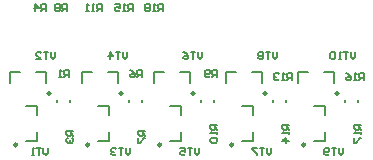
<source format=gbo>
G04*
G04 #@! TF.GenerationSoftware,Altium Limited,Altium Designer,20.2.7 (254)*
G04*
G04 Layer_Color=32896*
%FSLAX44Y44*%
%MOMM*%
G71*
G04*
G04 #@! TF.SameCoordinates,7A469513-7955-4F55-9394-07B41ED8EACC*
G04*
G04*
G04 #@! TF.FilePolarity,Positive*
G04*
G01*
G75*
%ADD10C,0.2500*%
%ADD12C,0.2000*%
%ADD13C,0.1500*%
D10*
X293090Y11020D02*
G03*
X293090Y11020I-1250J0D01*
G01*
X232130D02*
G03*
X232130Y11020I-1250J0D01*
G01*
X171170D02*
G03*
X171170Y11020I-1250J0D01*
G01*
X110210D02*
G03*
X110210Y11020I-1250J0D01*
G01*
X49250D02*
G03*
X49250Y11020I-1250J0D01*
G01*
X321430Y54460D02*
G03*
X321430Y54460I-1250J0D01*
G01*
X260470D02*
G03*
X260470Y54460I-1250J0D01*
G01*
X199510D02*
G03*
X199510Y54460I-1250J0D01*
G01*
X138550D02*
G03*
X138550Y54460I-1250J0D01*
G01*
X77590D02*
G03*
X77590Y54460I-1250J0D01*
G01*
D12*
X300340Y14020D02*
X310340D01*
Y22020D01*
X300340Y44020D02*
X310340D01*
Y36020D02*
Y44020D01*
X239380Y14020D02*
X249380D01*
Y22020D01*
X239380Y44020D02*
X249380D01*
Y36020D02*
Y44020D01*
X178420Y14020D02*
X188420D01*
Y22020D01*
X178420Y44020D02*
X188420D01*
Y36020D02*
Y44020D01*
X117460Y14020D02*
X127460D01*
Y22020D01*
X117460Y44020D02*
X127460D01*
Y36020D02*
Y44020D01*
X56500Y14020D02*
X66500D01*
Y22020D01*
X56500Y44020D02*
X66500D01*
Y36020D02*
Y44020D01*
X83320Y47180D02*
Y49180D01*
X94320Y47180D02*
Y49180D01*
X144280Y47180D02*
Y49180D01*
X155280Y47180D02*
Y49180D01*
X205240Y47180D02*
Y49180D01*
X216240Y47180D02*
Y49180D01*
X327160Y47180D02*
Y49180D01*
X338160Y47180D02*
Y49180D01*
X317180Y62960D02*
Y72960D01*
X309180D02*
X317180D01*
X287180Y62960D02*
Y72960D01*
X295180D01*
X256220Y62960D02*
Y72960D01*
X248220D02*
X256220D01*
X226220Y62960D02*
Y72960D01*
X234220D01*
X195260Y62960D02*
Y72960D01*
X187260D02*
X195260D01*
X165260Y62960D02*
Y72960D01*
X173260D01*
X134300Y62960D02*
Y72960D01*
X126300D02*
X134300D01*
X104300Y62960D02*
Y72960D01*
X112300D01*
X73340Y62960D02*
Y72960D01*
X65340D02*
X73340D01*
X43340Y62960D02*
Y72960D01*
X51340D01*
X277200Y47180D02*
Y49180D01*
X266200Y47180D02*
Y49180D01*
D13*
X120798Y124001D02*
Y129999D01*
X117799D01*
X116799Y128999D01*
Y127000D01*
X117799Y126000D01*
X120798D01*
X118799D02*
X116799Y124001D01*
X114800D02*
X112801D01*
X113800D01*
Y129999D01*
X114800Y128999D01*
X109802Y124001D02*
X107802D01*
X108802D01*
Y129999D01*
X109802Y128999D01*
X147198Y124001D02*
Y129999D01*
X144199D01*
X143199Y128999D01*
Y127000D01*
X144199Y126000D01*
X147198D01*
X145198D02*
X143199Y124001D01*
X141200D02*
X139200D01*
X140200D01*
Y129999D01*
X141200Y128999D01*
X132202Y129999D02*
X136201D01*
Y127000D01*
X134202Y128000D01*
X133202D01*
X132202Y127000D01*
Y125001D01*
X133202Y124001D01*
X135202D01*
X136201Y125001D01*
X335617Y89359D02*
Y85360D01*
X333617Y83361D01*
X331618Y85360D01*
Y89359D01*
X329618D02*
X325620D01*
X327619D01*
Y83361D01*
X323620D02*
X321621D01*
X322621D01*
Y89359D01*
X323620Y88359D01*
X318622D02*
X317622Y89359D01*
X315623D01*
X314623Y88359D01*
Y84361D01*
X315623Y83361D01*
X317622D01*
X318622Y84361D01*
Y88359D01*
X325497Y8079D02*
Y4080D01*
X323498Y2081D01*
X321499Y4080D01*
Y8079D01*
X319499D02*
X315501D01*
X317500D01*
Y2081D01*
X313501Y3081D02*
X312502Y2081D01*
X310502D01*
X309503Y3081D01*
Y7079D01*
X310502Y8079D01*
X312502D01*
X313501Y7079D01*
Y6080D01*
X312502Y5080D01*
X309503D01*
X269617Y89359D02*
Y85360D01*
X267618Y83361D01*
X265619Y85360D01*
Y89359D01*
X263619D02*
X259621D01*
X261620D01*
Y83361D01*
X257621Y88359D02*
X256622Y89359D01*
X254622D01*
X253623Y88359D01*
Y87360D01*
X254622Y86360D01*
X253623Y85360D01*
Y84361D01*
X254622Y83361D01*
X256622D01*
X257621Y84361D01*
Y85360D01*
X256622Y86360D01*
X257621Y87360D01*
Y88359D01*
X256622Y86360D02*
X254622D01*
X264537Y8079D02*
Y4080D01*
X262538Y2081D01*
X260539Y4080D01*
Y8079D01*
X258539D02*
X254541D01*
X256540D01*
Y2081D01*
X252541Y8079D02*
X248543D01*
Y7079D01*
X252541Y3081D01*
Y2081D01*
X206117Y89359D02*
Y85360D01*
X204118Y83361D01*
X202119Y85360D01*
Y89359D01*
X200119D02*
X196121D01*
X198120D01*
Y83361D01*
X190123Y89359D02*
X192122Y88359D01*
X194121Y86360D01*
Y84361D01*
X193122Y83361D01*
X191122D01*
X190123Y84361D01*
Y85360D01*
X191122Y86360D01*
X194121D01*
X203577Y8079D02*
Y4080D01*
X201578Y2081D01*
X199579Y4080D01*
Y8079D01*
X197579D02*
X193581D01*
X195580D01*
Y2081D01*
X187583Y8079D02*
X191581D01*
Y5080D01*
X189582Y6080D01*
X188582D01*
X187583Y5080D01*
Y3081D01*
X188582Y2081D01*
X190582D01*
X191581Y3081D01*
X142617Y89359D02*
Y85360D01*
X140618Y83361D01*
X138619Y85360D01*
Y89359D01*
X136619D02*
X132621D01*
X134620D01*
Y83361D01*
X127622D02*
Y89359D01*
X130621Y86360D01*
X126623D01*
X145157Y8079D02*
Y4080D01*
X143158Y2081D01*
X141159Y4080D01*
Y8079D01*
X139159D02*
X135161D01*
X137160D01*
Y2081D01*
X133161Y7079D02*
X132162Y8079D01*
X130162D01*
X129163Y7079D01*
Y6080D01*
X130162Y5080D01*
X131162D01*
X130162D01*
X129163Y4080D01*
Y3081D01*
X130162Y2081D01*
X132162D01*
X133161Y3081D01*
X81657Y89359D02*
Y85360D01*
X79658Y83361D01*
X77659Y85360D01*
Y89359D01*
X75659D02*
X71661D01*
X73660D01*
Y83361D01*
X65663D02*
X69661D01*
X65663Y87360D01*
Y88359D01*
X66662Y89359D01*
X68662D01*
X69661Y88359D01*
X75578Y8079D02*
Y4080D01*
X73578Y2081D01*
X71579Y4080D01*
Y8079D01*
X69580D02*
X65581D01*
X67580D01*
Y2081D01*
X63582D02*
X61582D01*
X62582D01*
Y8079D01*
X63582Y7079D01*
X172598Y124001D02*
Y129999D01*
X169599D01*
X168599Y128999D01*
Y127000D01*
X169599Y126000D01*
X172598D01*
X170598D02*
X168599Y124001D01*
X166600D02*
X164600D01*
X165600D01*
Y129999D01*
X166600Y128999D01*
X161601D02*
X160602Y129999D01*
X158602D01*
X157602Y128999D01*
Y128000D01*
X158602Y127000D01*
X157602Y126000D01*
Y125001D01*
X158602Y124001D01*
X160602D01*
X161601Y125001D01*
Y126000D01*
X160602Y127000D01*
X161601Y128000D01*
Y128999D01*
X160602Y127000D02*
X158602D01*
X340819Y27817D02*
X334821D01*
Y24818D01*
X335821Y23819D01*
X337820D01*
X338820Y24818D01*
Y27817D01*
Y25818D02*
X340819Y23819D01*
Y21820D02*
Y19820D01*
Y20820D01*
X334821D01*
X335821Y21820D01*
X334821Y16821D02*
Y12822D01*
X335821D01*
X339819Y16821D01*
X340819D01*
X342777Y65581D02*
Y71579D01*
X339779D01*
X338779Y70579D01*
Y68580D01*
X339779Y67580D01*
X342777D01*
X340778D02*
X338779Y65581D01*
X336780D02*
X334780D01*
X335780D01*
Y71579D01*
X336780Y70579D01*
X327782Y71579D02*
X329782Y70579D01*
X331781Y68580D01*
Y66581D01*
X330782Y65581D01*
X328782D01*
X327782Y66581D01*
Y67580D01*
X328782Y68580D01*
X331781D01*
X279859Y27817D02*
X273861D01*
Y24818D01*
X274861Y23819D01*
X276860D01*
X277860Y24818D01*
Y27817D01*
Y25818D02*
X279859Y23819D01*
Y21820D02*
Y19820D01*
Y20820D01*
X273861D01*
X274861Y21820D01*
X279859Y13822D02*
X273861D01*
X276860Y16821D01*
Y12822D01*
X281817Y65581D02*
Y71579D01*
X278818D01*
X277819Y70579D01*
Y68580D01*
X278818Y67580D01*
X281817D01*
X279818D02*
X277819Y65581D01*
X275819D02*
X273820D01*
X274820D01*
Y71579D01*
X275819Y70579D01*
X270821D02*
X269821Y71579D01*
X267822D01*
X266822Y70579D01*
Y69580D01*
X267822Y68580D01*
X268822D01*
X267822D01*
X266822Y67580D01*
Y66581D01*
X267822Y65581D01*
X269821D01*
X270821Y66581D01*
X218899Y27817D02*
X212901D01*
Y24818D01*
X213901Y23819D01*
X215900D01*
X216900Y24818D01*
Y27817D01*
Y25818D02*
X218899Y23819D01*
Y21820D02*
Y19820D01*
Y20820D01*
X212901D01*
X213901Y21820D01*
Y16821D02*
X212901Y15821D01*
Y13822D01*
X213901Y12822D01*
X217899D01*
X218899Y13822D01*
Y15821D01*
X217899Y16821D01*
X213901D01*
X218358Y68121D02*
Y74119D01*
X215359D01*
X214360Y73119D01*
Y71120D01*
X215359Y70120D01*
X218358D01*
X216359D02*
X214360Y68121D01*
X212360Y69121D02*
X211361Y68121D01*
X209361D01*
X208362Y69121D01*
Y73119D01*
X209361Y74119D01*
X211361D01*
X212360Y73119D01*
Y72120D01*
X211361Y71120D01*
X208362D01*
X91358Y124001D02*
Y129999D01*
X88359D01*
X87360Y128999D01*
Y127000D01*
X88359Y126000D01*
X91358D01*
X89359D02*
X87360Y124001D01*
X85360Y128999D02*
X84361Y129999D01*
X82361D01*
X81362Y128999D01*
Y128000D01*
X82361Y127000D01*
X81362Y126000D01*
Y125001D01*
X82361Y124001D01*
X84361D01*
X85360Y125001D01*
Y126000D01*
X84361Y127000D01*
X85360Y128000D01*
Y128999D01*
X84361Y127000D02*
X82361D01*
X157939Y22778D02*
X151941D01*
Y19779D01*
X152941Y18780D01*
X154940D01*
X155940Y19779D01*
Y22778D01*
Y20779D02*
X157939Y18780D01*
X151941Y16780D02*
Y12782D01*
X152941D01*
X156939Y16780D01*
X157939D01*
X154858Y68121D02*
Y74119D01*
X151859D01*
X150860Y73119D01*
Y71120D01*
X151859Y70120D01*
X154858D01*
X152859D02*
X150860Y68121D01*
X144862Y74119D02*
X146861Y73119D01*
X148860Y71120D01*
Y69121D01*
X147861Y68121D01*
X145861D01*
X144862Y69121D01*
Y70120D01*
X145861Y71120D01*
X148860D01*
X73578Y124001D02*
Y129999D01*
X70579D01*
X69580Y128999D01*
Y127000D01*
X70579Y126000D01*
X73578D01*
X71579D02*
X69580Y124001D01*
X64581D02*
Y129999D01*
X67580Y127000D01*
X63582D01*
X96979Y22778D02*
X90981D01*
Y19779D01*
X91981Y18780D01*
X93980D01*
X94980Y19779D01*
Y22778D01*
Y20779D02*
X96979Y18780D01*
X91981Y16780D02*
X90981Y15781D01*
Y13781D01*
X91981Y12782D01*
X92980D01*
X93980Y13781D01*
Y14781D01*
Y13781D01*
X94980Y12782D01*
X95979D01*
X96979Y13781D01*
Y15781D01*
X95979Y16780D01*
X92899Y68121D02*
Y74119D01*
X89900D01*
X88900Y73119D01*
Y71120D01*
X89900Y70120D01*
X92899D01*
X90899D02*
X88900Y68121D01*
X86901D02*
X84901D01*
X85901D01*
Y74119D01*
X86901Y73119D01*
M02*

</source>
